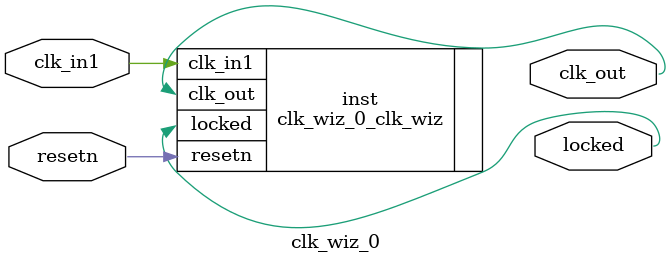
<source format=v>


`timescale 1ps/1ps

(* CORE_GENERATION_INFO = "clk_wiz_0,clk_wiz_v6_0_4_0_0,{component_name=clk_wiz_0,use_phase_alignment=true,use_min_o_jitter=false,use_max_i_jitter=false,use_dyn_phase_shift=false,use_inclk_switchover=false,use_dyn_reconfig=false,enable_axi=0,feedback_source=FDBK_AUTO,PRIMITIVE=MMCM,num_out_clk=1,clkin1_period=10.000,clkin2_period=10.000,use_power_down=false,use_reset=true,use_locked=true,use_inclk_stopped=false,feedback_type=SINGLE,CLOCK_MGR_TYPE=NA,manual_override=false}" *)

module clk_wiz_0 
 (
  // Clock out ports
  output        clk_out,
  // Status and control signals
  input         resetn,
  output        locked,
 // Clock in ports
  input         clk_in1
 );

  clk_wiz_0_clk_wiz inst
  (
  // Clock out ports  
  .clk_out(clk_out),
  // Status and control signals               
  .resetn(resetn), 
  .locked(locked),
 // Clock in ports
  .clk_in1(clk_in1)
  );

endmodule

</source>
